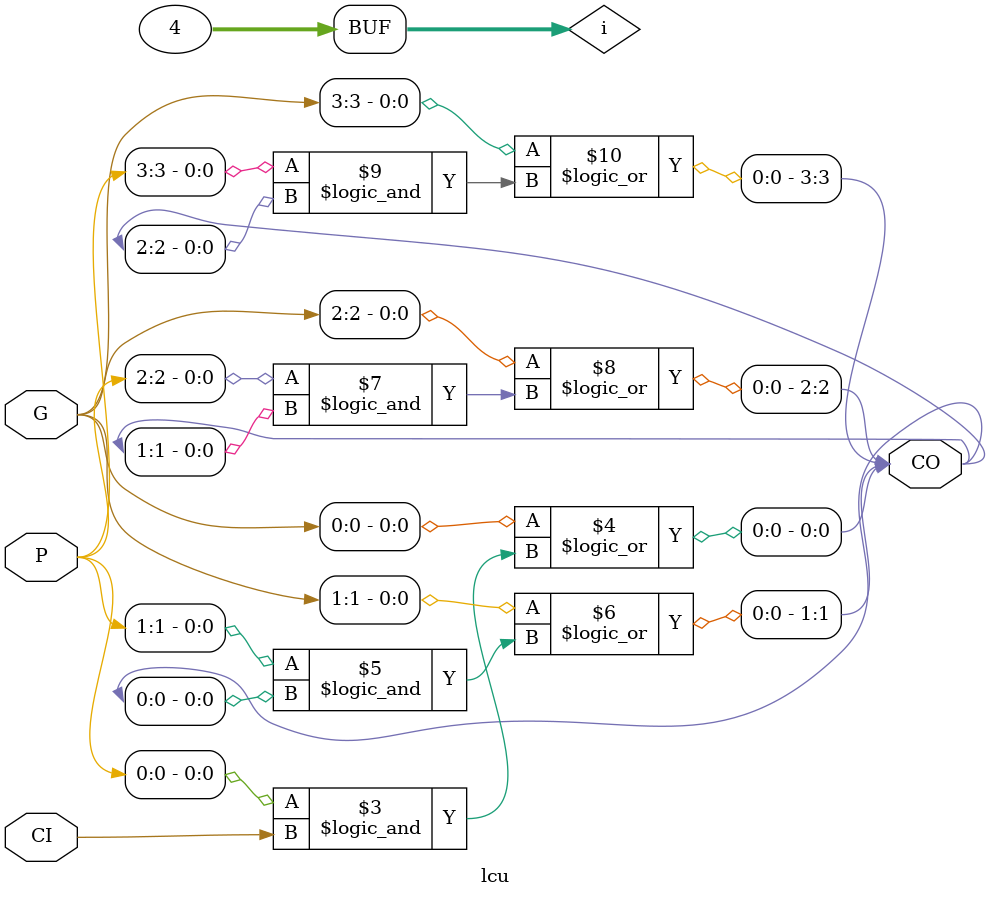
<source format=v>
module lcu(P, G, CI, CO);

  parameter WIDTH = 4;

  input [WIDTH-1:0] P;    // Propagate
  input [WIDTH-1:0] G;    // Generate
  input CI;               // Carry-in

  output reg [WIDTH-1:0] CO; // Carry-out

  integer i;
  always @* begin
    CO = 'bx;
    CO[0] = G[0] || (P[0] && CI);
    for (i = 1; i < WIDTH; i = i+1)
      CO[i] = G[i] || (P[i] && CO[i-1]);
  end

endmodule

</source>
